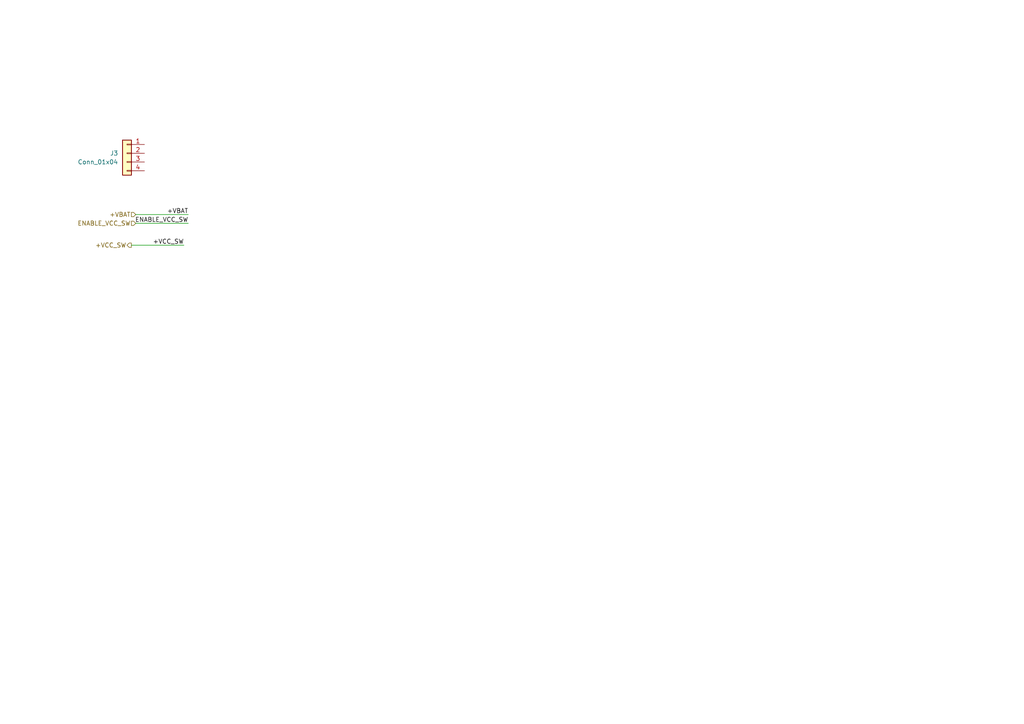
<source format=kicad_sch>
(kicad_sch (version 20231120) (generator "eeschema") (generator_version "8.0")
  (paper "A4")
  (lib_symbols
    (symbol "Connector_Generic:Conn_01x04" (pin_names (offset 1.016) hide)
      (property "Reference" "J" (at 0 5.08 0))
      (property "Value" "Conn_01x04" (at 0 -7.62 0))
      (symbol "Conn_01x04_1_1"
        (rectangle (start -1.27 -4.953) (end 0 -5.207) (stroke (width 0.1524)))
        (rectangle (start -1.27 -2.413) (end 0 -2.667) (stroke (width 0.1524)))
        (rectangle (start -1.27 0.127) (end 0 -0.127) (stroke (width 0.1524)))
        (rectangle (start -1.27 2.667) (end 0 2.413) (stroke (width 0.1524)))
        (rectangle (start -1.27 3.81) (end 1.27 -6.35) (stroke (width 0.254)) (fill (type background)))
        (pin passive line (at -5.08 2.54 0) (length 3.81) (name "Pin_1") (number "1"))
        (pin passive line (at -5.08 0 0) (length 3.81) (name "Pin_2") (number "2"))
        (pin passive line (at -5.08 -2.54 0) (length 3.81) (name "Pin_3") (number "3"))
        (pin passive line (at -5.08 -5.08 0) (length 3.81) (name "Pin_4") (number "4"))
      )
    )
  )
  (wire (pts (xy 54.61 64.77) (xy 39.37 64.77)))
  (wire (pts (xy 53.34 71.12) (xy 38.1 71.12)))
  (wire (pts (xy 54.61 62.23) (xy 39.37 62.23)))
  (label "+VCC_SW" (at 53.34 71.12 180))
  (label "+VBAT" (at 54.61 62.23 180))
  (label "ENABLE_VCC_SW" (at 54.61 64.77 180))
  (hierarchical_label "+VBAT" (shape input) (at 39.37 62.23 180))
  (hierarchical_label "ENABLE_VCC_SW" (shape input) (at 39.37 64.77 180))
  (hierarchical_label "+VCC_SW" (shape output) (at 38.1 71.12 180))
  (symbol (lib_id "Connector_Generic:Conn_01x04") (at 36.83 44.45 0) (mirror y) (unit 1)
    (property "Reference" "J3" (at 34.29 44.4499 0) (effects (justify left)))
    (property "Value" "Conn_01x04" (at 34.29 46.9899 0) (effects (justify left)))
    (property "Description" "Generic connector, single row, 01x04, script generated (kicad-library-utils/schlib/autogen/connector/)" (effects (hide yes)))
  )
)
</source>
